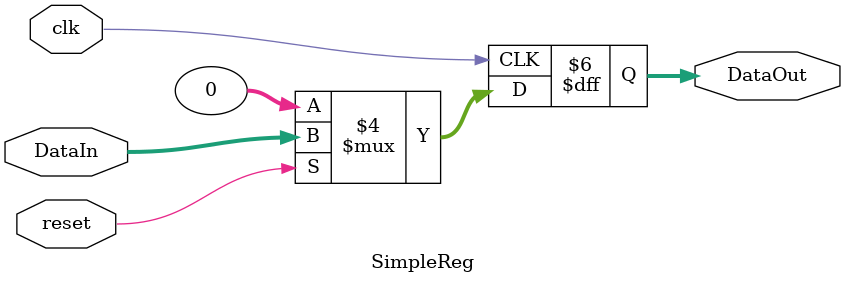
<source format=sv>
module SimpleReg (    //// WIDTH=#INSTRUCTIONS 
	input [31:0] DataIn, 
	input clk,reset,    // Clock
	output reg [31:0] DataOut
);
  always @ (posedge clk) begin   
        	if(reset == 1'b0) 
			DataOut <= 32'b0;
		else 
			DataOut=DataIn;
         
           
      end 
endmodule 
</source>
